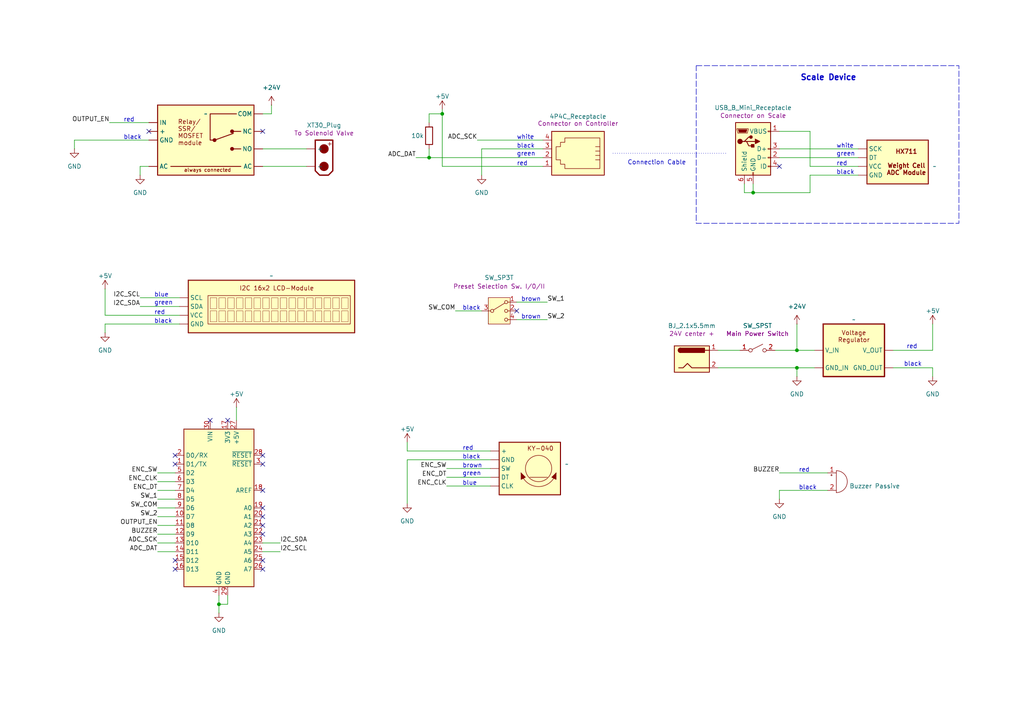
<source format=kicad_sch>
(kicad_sch (version 20231120) (generator "eeschema") (generator_version "8.0")
  (paper "A4")
  (title_block (title "Weight-O-Matic") (date "2024-09-28") (rev "1") (company "mva-one"))
  (lib_symbols
    (symbol "Connector:4P4C" (pin_names (offset 1.016))
      (property "Reference" "J" (at -5.08 8.89 0))
      (property "Value" "4P4C" (at 2.54 8.89 0))
      (symbol "4P4C_0_1"
        (polyline (pts (xy -6.35 -0.635) (xy -5.08 -0.635) (xy -5.08 -0.635)))
        (polyline (pts (xy -6.35 0.635) (xy -5.08 0.635) (xy -5.08 0.635)))
        (polyline (pts (xy -6.35 1.905) (xy -5.08 1.905) (xy -5.08 1.905)))
        (polyline (pts (xy -6.35 3.175) (xy -5.08 3.175) (xy -5.08 3.175)))
        (polyline (pts (xy -6.35 -3.175) (xy -6.35 5.715) (xy -1.27 5.715) (xy 3.81 5.715) (xy 3.81 4.445) (xy 5.08 4.445) (xy 5.08 3.175) (xy 6.35 3.175) (xy 6.35 -0.635) (xy 5.08 -0.635) (xy 5.08 -1.905) (xy 3.81 -1.905) (xy 3.81 -3.175) (xy -6.35 -3.175) (xy -6.35 -3.175)))
        (rectangle (start 7.62 7.62) (end -7.62 -5.08) (stroke (width 0.254)) (fill (type background)))
      )
      (symbol "4P4C_1_1"
        (pin passive line (at 10.16 -2.54 180) (length 2.54) (name "~") (number "1"))
        (pin passive line (at 10.16 0 180) (length 2.54) (name "~") (number "2"))
        (pin passive line (at 10.16 2.54 180) (length 2.54) (name "~") (number "3"))
        (pin passive line (at 10.16 5.08 180) (length 2.54) (name "~") (number "4"))
      )
    )
    (symbol "Connector:Barrel_Jack" (pin_names (offset 1.016))
      (property "Reference" "J" (at 0 5.334 0))
      (property "Value" "Barrel_Jack" (at 0 -5.08 0))
      (symbol "Barrel_Jack_0_1"
        (rectangle (start -5.08 3.81) (end 5.08 -3.81) (stroke (width 0.254)) (fill (type background)))
        (arc (start -3.302 3.175) (mid -3.9343 2.54) (end -3.302 1.905) (stroke (width 0.254)))
        (arc (start -3.302 3.175) (mid -3.9343 2.54) (end -3.302 1.905) (stroke (width 0.254)) (fill (type outline)))
        (polyline (pts (xy 5.08 2.54) (xy 3.81 2.54)) (stroke (width 0.254)))
        (polyline (pts (xy -3.81 -2.54) (xy -2.54 -2.54) (xy -1.27 -1.27) (xy 0 -2.54) (xy 2.54 -2.54) (xy 5.08 -2.54)) (stroke (width 0.254)))
        (rectangle (start 3.683 3.175) (end -3.302 1.905) (stroke (width 0.254)) (fill (type outline)))
      )
      (symbol "Barrel_Jack_1_1"
        (pin passive line (at 7.62 2.54 180) (length 2.54) (name "~") (number "1"))
        (pin passive line (at 7.62 -2.54 180) (length 2.54) (name "~") (number "2"))
      )
    )
    (symbol "Connector:USB_B_Mini" (pin_names (offset 1.016))
      (property "Reference" "J" (at -5.08 11.43 0))
      (property "Value" "USB_B_Mini" (at -5.08 8.89 0))
      (symbol "USB_B_Mini_0_1"
        (rectangle (start -5.08 -7.62) (end 5.08 7.62) (stroke (width 0.254)) (fill (type background)))
        (circle (center -3.81 2.159) (radius 0.635) (stroke (width 0.254)) (fill (type outline)))
        (circle (center -0.635 3.429) (radius 0.381) (stroke (width 0.254)) (fill (type outline)))
        (rectangle (start -0.127 -7.62) (end 0.127 -6.858))
        (polyline (pts (xy -1.905 2.159) (xy 0.635 2.159)) (stroke (width 0.254)))
        (polyline (pts (xy -3.175 2.159) (xy -2.54 2.159) (xy -1.27 3.429) (xy -0.635 3.429)) (stroke (width 0.254)))
        (polyline (pts (xy -2.54 2.159) (xy -1.905 2.159) (xy -1.27 0.889) (xy 0 0.889)) (stroke (width 0.254)))
        (polyline (pts (xy 0.635 2.794) (xy 0.635 1.524) (xy 1.905 2.159) (xy 0.635 2.794)) (stroke (width 0.254)) (fill (type outline)))
        (polyline (pts (xy -4.318 5.588) (xy -1.778 5.588) (xy -2.032 4.826) (xy -4.064 4.826) (xy -4.318 5.588)) (fill (type outline)))
        (polyline (pts (xy -4.699 5.842) (xy -4.699 5.588) (xy -4.445 4.826) (xy -4.445 4.572) (xy -1.651 4.572) (xy -1.651 4.826) (xy -1.397 5.588) (xy -1.397 5.842) (xy -4.699 5.842)))
        (rectangle (start 0.254 1.27) (end -0.508 0.508) (stroke (width 0.254)) (fill (type outline)))
        (rectangle (start 5.08 -5.207) (end 4.318 -4.953))
        (rectangle (start 5.08 -2.667) (end 4.318 -2.413))
        (rectangle (start 5.08 -0.127) (end 4.318 0.127))
        (rectangle (start 5.08 4.953) (end 4.318 5.207))
      )
      (symbol "USB_B_Mini_1_1"
        (pin power_out line (at 7.62 5.08 180) (length 2.54) (name "VBUS") (number "1"))
        (pin bidirectional line (at 7.62 -2.54 180) (length 2.54) (name "D-") (number "2"))
        (pin bidirectional line (at 7.62 0 180) (length 2.54) (name "D+") (number "3"))
        (pin passive line (at 7.62 -5.08 180) (length 2.54) (name "ID") (number "4"))
        (pin power_out line (at 0 -10.16 90) (length 2.54) (name "GND") (number "5"))
        (pin passive line (at -2.54 -10.16 90) (length 2.54) (name "Shield") (number "6"))
      )
    )
    (symbol "Device:Buzzer" (pin_names (offset 0.0254) hide)
      (property "Reference" "BZ" (at 3.81 1.27 0))
      (property "Value" "Buzzer" (at 3.81 -1.27 0))
      (symbol "Buzzer_0_1"
        (arc (start 0 -3.175) (mid 3.1612 0) (end 0 3.175))
        (polyline (pts (xy -1.651 1.905) (xy -1.143 1.905)))
        (polyline (pts (xy -1.397 2.159) (xy -1.397 1.651)))
        (polyline (pts (xy 0 3.175) (xy 0 -3.175)))
      )
      (symbol "Buzzer_1_1"
        (pin passive line (at -2.54 2.54 0) (length 2.54) (name "+") (number "1"))
        (pin passive line (at -2.54 -2.54 0) (length 2.54) (name "-") (number "2"))
      )
    )
    (symbol "Device:R" (pin_numbers hide) (pin_names (offset 0))
      (property "Reference" "R" (at 2.032 0 90))
      (property "Value" "R" (at 0 0 90))
      (symbol "R_0_1"
        (rectangle (start -1.016 -2.54) (end 1.016 2.54) (stroke (width 0.254)))
      )
      (symbol "R_1_1"
        (pin passive line (at 0 3.81 270) (length 1.27) (name "~") (number "1"))
        (pin passive line (at 0 -3.81 90) (length 1.27) (name "~") (number "2"))
      )
    )
    (symbol "MCU_Module:Arduino_Nano_v3.x"
      (property "Reference" "A" (at -10.16 23.495 0))
      (property "Value" "Arduino_Nano_v3.x" (at 5.08 -24.13 0))
      (symbol "Arduino_Nano_v3.x_0_1"
        (rectangle (start -10.16 22.86) (end 10.16 -22.86) (stroke (width 0.254)) (fill (type background)))
      )
      (symbol "Arduino_Nano_v3.x_1_1"
        (pin bidirectional line (at -12.7 12.7 0) (length 2.54) (name "D1/TX") (number "1"))
        (pin bidirectional line (at -12.7 -2.54 0) (length 2.54) (name "D7") (number "10"))
        (pin bidirectional line (at -12.7 -5.08 0) (length 2.54) (name "D8") (number "11"))
        (pin bidirectional line (at -12.7 -7.62 0) (length 2.54) (name "D9") (number "12"))
        (pin bidirectional line (at -12.7 -10.16 0) (length 2.54) (name "D10") (number "13"))
        (pin bidirectional line (at -12.7 -12.7 0) (length 2.54) (name "D11") (number "14"))
        (pin bidirectional line (at -12.7 -15.24 0) (length 2.54) (name "D12") (number "15"))
        (pin bidirectional line (at -12.7 -17.78 0) (length 2.54) (name "D13") (number "16"))
        (pin power_out line (at 2.54 25.4 270) (length 2.54) (name "3V3") (number "17"))
        (pin input line (at 12.7 5.08 180) (length 2.54) (name "AREF") (number "18"))
        (pin bidirectional line (at 12.7 0 180) (length 2.54) (name "A0") (number "19"))
        (pin bidirectional line (at -12.7 15.24 0) (length 2.54) (name "D0/RX") (number "2"))
        (pin bidirectional line (at 12.7 -2.54 180) (length 2.54) (name "A1") (number "20"))
        (pin bidirectional line (at 12.7 -5.08 180) (length 2.54) (name "A2") (number "21"))
        (pin bidirectional line (at 12.7 -7.62 180) (length 2.54) (name "A3") (number "22"))
        (pin bidirectional line (at 12.7 -10.16 180) (length 2.54) (name "A4") (number "23"))
        (pin bidirectional line (at 12.7 -12.7 180) (length 2.54) (name "A5") (number "24"))
        (pin bidirectional line (at 12.7 -15.24 180) (length 2.54) (name "A6") (number "25"))
        (pin bidirectional line (at 12.7 -17.78 180) (length 2.54) (name "A7") (number "26"))
        (pin power_out line (at 5.08 25.4 270) (length 2.54) (name "+5V") (number "27"))
        (pin input line (at 12.7 15.24 180) (length 2.54) (name "~{RESET}") (number "28"))
        (pin power_in line (at 2.54 -25.4 90) (length 2.54) (name "GND") (number "29"))
        (pin input line (at 12.7 12.7 180) (length 2.54) (name "~{RESET}") (number "3"))
        (pin power_in line (at -2.54 25.4 270) (length 2.54) (name "VIN") (number "30"))
        (pin power_in line (at 0 -25.4 90) (length 2.54) (name "GND") (number "4"))
        (pin bidirectional line (at -12.7 10.16 0) (length 2.54) (name "D2") (number "5"))
        (pin bidirectional line (at -12.7 7.62 0) (length 2.54) (name "D3") (number "6"))
        (pin bidirectional line (at -12.7 5.08 0) (length 2.54) (name "D4") (number "7"))
        (pin bidirectional line (at -12.7 2.54 0) (length 2.54) (name "D5") (number "8"))
        (pin bidirectional line (at -12.7 0 0) (length 2.54) (name "D6") (number "9"))
      )
    )
    (symbol "Switch:SW_SP3T" (pin_names (offset 0) hide)
      (property "Reference" "SW" (at 0 5.08 0))
      (property "Value" "SW_SP3T" (at 0 -5.08 0))
      (symbol "SW_SP3T_0_1"
        (circle (center -2.032 0) (radius 0.4572))
        (polyline (pts (xy -1.651 0.254) (xy 1.651 2.286)))
        (circle (center 2.032 -2.54) (radius 0.4572))
        (circle (center 2.032 0) (radius 0.4572))
        (circle (center 2.032 2.54) (radius 0.4572))
      )
      (symbol "SW_SP3T_1_1"
        (rectangle (start -3.175 3.81) (end 3.175 -3.81) (fill (type background)))
        (pin passive line (at 5.08 2.54 180) (length 2.54) (name "1") (number "1"))
        (pin passive line (at 5.08 0 180) (length 2.54) (name "2") (number "2"))
        (pin passive line (at -5.08 0 0) (length 2.54) (name "3") (number "3"))
        (pin passive line (at 5.08 -2.54 180) (length 2.54) (name "4") (number "4"))
      )
    )
    (symbol "Switch:SW_SPST" (pin_names (offset 0) hide)
      (property "Reference" "SW" (at 0 3.175 0))
      (property "Value" "SW_SPST" (at 0 -2.54 0))
      (symbol "SW_SPST_0_0"
        (circle (center -2.032 0) (radius 0.508))
        (polyline (pts (xy -1.524 0.254) (xy 1.524 1.778)))
        (circle (center 2.032 0) (radius 0.508))
      )
      (symbol "SW_SPST_1_1"
        (pin passive line (at -5.08 0 0) (length 2.54) (name "A") (number "1"))
        (pin passive line (at 5.08 0 180) (length 2.54) (name "B") (number "2"))
      )
    )
    (symbol "custom_symbol:MODULE_HX711"
      (property "Reference" "M" (at 0 -7.874 0))
      (symbol "MODULE_HX711_0_1"
        (rectangle (start -8.89 6.35) (end 8.89 -6.35) (stroke (width 0.3048)) (fill (type background)))
      )
      (symbol "MODULE_HX711_1_1"
        (text "HX711\n\nWeight Cell\nADC Module" (at 2.54 0 0) (effects (font (size 1.27 1.27) (thickness 0.254) (bold yes))))
        (pin output line (at -11.43 1.27 0) (length 2.54) (name "DT") (number ""))
        (pin power_in line (at -11.43 -3.81 0) (length 2.54) (name "GND") (number ""))
        (pin input line (at -11.43 3.81 0) (length 2.54) (name "SCK") (number ""))
        (pin power_in line (at -11.43 -1.27 0) (length 2.54) (name "VCC") (number ""))
      )
    )
    (symbol "custom_symbol:MODULE_LCD_I2C_16x2"
      (property "Reference" "M" (at 0 -9.398 0))
      (symbol "MODULE_LCD_I2C_16x2_0_1"
        (rectangle (start -24.13 7.62) (end 24.13 -7.62) (stroke (width 0.3048)) (fill (type background)))
        (rectangle (start -18.415 3.175) (end 22.86 -5.08))
        (rectangle (start -17.78 -1.27) (end -15.875 -4.445) (stroke (width 0.0508)))
        (rectangle (start -17.78 2.54) (end -15.875 -0.635) (stroke (width 0.0508)))
        (rectangle (start -15.24 -1.27) (end -13.335 -4.445) (stroke (width 0.0508)))
        (rectangle (start -15.24 2.54) (end -13.335 -0.635) (stroke (width 0.0508)))
        (rectangle (start -12.7 -1.27) (end -10.795 -4.445) (stroke (width 0.0508)))
        (rectangle (start -12.7 2.54) (end -10.795 -0.635) (stroke (width 0.0508)))
        (rectangle (start -10.16 -1.27) (end -8.255 -4.445) (stroke (width 0.0508)))
        (rectangle (start -10.16 2.54) (end -8.255 -0.635) (stroke (width 0.0508)))
        (rectangle (start -7.62 -1.27) (end -5.715 -4.445) (stroke (width 0.0508)))
        (rectangle (start -7.62 2.54) (end -5.715 -0.635) (stroke (width 0.0508)))
        (rectangle (start -5.08 -1.27) (end -3.175 -4.445) (stroke (width 0.0508)))
        (rectangle (start -5.08 2.54) (end -3.175 -0.635) (stroke (width 0.0508)))
        (rectangle (start -2.54 -1.27) (end -0.635 -4.445) (stroke (width 0.0508)))
        (rectangle (start -2.54 2.54) (end -0.635 -0.635) (stroke (width 0.0508)))
        (rectangle (start 0 -1.27) (end 1.905 -4.445) (stroke (width 0.0508)))
        (rectangle (start 0 2.54) (end 1.905 -0.635) (stroke (width 0.0508)))
        (rectangle (start 2.54 -1.27) (end 4.445 -4.445) (stroke (width 0.0508)))
        (rectangle (start 2.54 2.54) (end 4.445 -0.635) (stroke (width 0.0508)))
        (rectangle (start 5.08 -1.27) (end 6.985 -4.445) (stroke (width 0.0508)))
        (rectangle (start 5.08 2.54) (end 6.985 -0.635) (stroke (width 0.0508)))
        (rectangle (start 7.62 -1.27) (end 9.525 -4.445) (stroke (width 0.0508)))
        (rectangle (start 7.62 2.54) (end 9.525 -0.635) (stroke (width 0.0508)))
        (rectangle (start 10.16 -1.27) (end 12.065 -4.445) (stroke (width 0.0508)))
        (rectangle (start 10.16 2.54) (end 12.065 -0.635) (stroke (width 0.0508)))
        (rectangle (start 12.7 -1.27) (end 14.605 -4.445) (stroke (width 0.0508)))
        (rectangle (start 12.7 2.54) (end 14.605 -0.635) (stroke (width 0.0508)))
        (rectangle (start 15.24 -1.27) (end 17.145 -4.445) (stroke (width 0.0508)))
        (rectangle (start 15.24 2.54) (end 17.145 -0.635) (stroke (width 0.0508)))
        (rectangle (start 17.78 -1.27) (end 19.685 -4.445) (stroke (width 0.0508)))
        (rectangle (start 17.78 2.54) (end 19.685 -0.635) (stroke (width 0.0508)))
        (rectangle (start 20.32 -1.27) (end 22.225 -4.445) (stroke (width 0.0508)))
        (rectangle (start 20.32 2.54) (end 22.225 -0.635) (stroke (width 0.0508)))
      )
      (symbol "MODULE_LCD_I2C_16x2_1_1"
        (text "I2C 16x2 LCD-Module" (at 1.524 5.334 0) (effects (font (size 1.27 1.27))))
        (pin power_in line (at -26.67 -5.08 0) (length 2.54) (name "GND") (number ""))
        (pin input line (at -26.67 2.54 0) (length 2.54) (name "SCL") (number ""))
        (pin input line (at -26.67 0 0) (length 2.54) (name "SDA") (number ""))
        (pin power_in line (at -26.67 -2.54 0) (length 2.54) (name "VCC") (number ""))
      )
    )
    (symbol "custom_symbol:MODULE_Relay"
      (property "Reference" "M" (at 0 -11.684 0))
      (symbol "MODULE_Relay_0_1"
        (rectangle (start -13.97 10.16) (end 13.97 -10.16) (stroke (width 0.3048)) (fill (type background)))
        (polyline (pts (xy 2.54 0) (xy 7.9851 1.9488)) (stroke (width 0.254)))
        (polyline (pts (xy 7.62 -2.54) (xy 10.16 -2.54)) (stroke (width 0.254)))
        (polyline (pts (xy 10.16 -7.62) (xy -10.16 -7.62)) (stroke (width 0.254)))
        (polyline (pts (xy 10.16 2.54) (xy 7.62 2.54)) (stroke (width 0.254)))
        (polyline (pts (xy 2.54 0) (xy 1.27 0) (xy 1.27 7.62) (xy 8.89 7.62)) (stroke (width 0.254)))
        (circle (center 2.54 0) (radius 0.4789) (fill (type outline)))
        (circle (center 7.62 -2.54) (radius 0.4789) (fill (type outline)))
        (circle (center 7.62 2.54) (radius 0.4789) (fill (type outline)))
      )
      (symbol "MODULE_Relay_1_1"
        (text "always connected" (at 0.508 -8.636 0) (effects (font (size 1.016 1.016))))
        (text "Relay/\nSSR/\nMOSFET\nmodule" (at -8.128 2.286 0) (effects (font (size 1.27 1.27)) (justify left)))
        (pin power_in line (at -16.51 2.54 0) (length 2.54) (name "+") (number ""))
        (pin bidirectional line (at -16.51 -7.62 0) (length 2.54) (name "AC") (number ""))
        (pin bidirectional line (at 16.51 -7.62 180) (length 2.54) (name "AC") (number ""))
        (pin bidirectional line (at 16.51 7.62 180) (length 2.54) (name "COM") (number ""))
        (pin power_in line (at -16.51 0 0) (length 2.54) (name "GND") (number ""))
        (pin input line (at -16.51 5.08 0) (length 2.54) (name "IN") (number ""))
        (pin bidirectional line (at 16.51 2.54 180) (length 2.54) (name "NC") (number ""))
        (pin bidirectional line (at 16.51 -2.54 180) (length 2.54) (name "NO") (number ""))
      )
    )
    (symbol "custom_symbol:MODULE_RotaryEncoder"
      (property "Reference" "M" (at 0 -9.398 0))
      (symbol "MODULE_RotaryEncoder_0_1"
        (polyline (pts (xy 0 2.54) (xy 5.08 2.54)))
        (polyline (pts (xy -2.54 1.27) (xy -1.27 2.54) (xy -2.54 3.175) (xy -2.54 1.27)) (fill (type outline)))
        (polyline (pts (xy 7.62 1.27) (xy 6.35 2.54) (xy 7.62 3.175) (xy 7.62 1.27)) (fill (type outline)))
        (circle (center 2.54 0) (radius 3.81))
        (arc (start 7.62 1.27) (mid 2.54 5.2363) (end -2.54 1.27))
      )
      (symbol "MODULE_RotaryEncoder_1_1"
        (rectangle (start -8.89 7.62) (end 8.89 -7.62) (stroke (width 0.3048)) (fill (type background)))
        (text "KY-040" (at 3.048 -5.842 0) (effects (font (size 1.27 1.27))))
        (pin power_in line (at -11.43 -5.08 0) (length 2.54) (name "+") (number ""))
        (pin output line (at -11.43 5.08 0) (length 2.54) (name "CLK") (number ""))
        (pin output line (at -11.43 2.54 0) (length 2.54) (name "DT") (number ""))
        (pin power_in line (at -11.43 -2.54 0) (length 2.54) (name "GND") (number ""))
        (pin output line (at -11.43 0 0) (length 2.54) (name "SW") (number ""))
      )
    )
    (symbol "custom_symbol:MODULE_VoltageRegulator"
      (property "Reference" "M" (at 0 -9.144 0))
      (symbol "MODULE_VoltageRegulator_1_1"
        (rectangle (start -8.89 7.62) (end 8.89 -7.62) (stroke (width 0.381)) (fill (type background)))
        (text "Voltage\nRegulator" (at 0 4.064 0) (effects (font (size 1.27 1.27))))
        (pin power_in line (at -11.43 -5.08 0) (length 2.54) (name "GND_IN") (number ""))
        (pin power_out line (at 11.43 -5.08 180) (length 2.54) (name "GND_OUT") (number ""))
        (pin power_in line (at -11.43 0 0) (length 2.54) (name "V_IN") (number ""))
        (pin power_out line (at 11.43 0 180) (length 2.54) (name "V_OUT") (number ""))
      )
    )
    (symbol "custom_symbol:XT_Conn_Plug"
      (property "Reference" "J" (at 0 -6.604 0))
      (symbol "XT_Conn_Plug_0_1"
        (circle (center 0 -2.54) (radius 1.27) (fill (type outline)))
        (circle (center 0 2.54) (radius 1.27) (fill (type outline)))
      )
      (symbol "XT_Conn_Plug_1_1"
        (polyline (pts (xy -2.54 -5.08) (xy 2.54 -5.08) (xy 2.54 3.81) (xy 1.27 5.08) (xy -1.27 5.08) (xy -2.54 3.81) (xy -2.54 -5.08)) (stroke (width 0.381)))
        (text "+" (at 0.762 -4.064 0) (effects (font (size 1.27 1.27)) (justify left)))
        (pin passive line (at -5.08 -2.54 0) (length 2.54) (name "+") (number ""))
        (pin passive line (at -5.08 2.54 0) (length 2.54) (name "-") (number ""))
      )
    )
    (symbol "power:+24V" (power) (pin_numbers hide) (pin_names (offset 0) hide)
      (property "Value" "+24V" (at 0 3.556 0))
      (symbol "+24V_0_1"
        (polyline (pts (xy -0.762 1.27) (xy 0 2.54)))
        (polyline (pts (xy 0 0) (xy 0 2.54)))
        (polyline (pts (xy 0 2.54) (xy 0.762 1.27)))
      )
      (symbol "+24V_1_1"
        (pin power_in line (at 0 0 90) (length 0) (name "~") (number "1"))
      )
    )
    (symbol "power:+5V" (power) (pin_numbers hide) (pin_names (offset 0) hide)
      (property "Value" "+5V" (at 0 3.556 0))
      (symbol "+5V_0_1"
        (polyline (pts (xy -0.762 1.27) (xy 0 2.54)))
        (polyline (pts (xy 0 0) (xy 0 2.54)))
        (polyline (pts (xy 0 2.54) (xy 0.762 1.27)))
      )
      (symbol "+5V_1_1"
        (pin power_in line (at 0 0 90) (length 0) (name "~") (number "1"))
      )
    )
    (symbol "power:GND" (power) (pin_numbers hide) (pin_names (offset 0) hide)
      (property "Value" "GND" (at 0 -3.81 0))
      (symbol "GND_0_1"
        (polyline (pts (xy 0 0) (xy 0 -1.27) (xy 1.27 -1.27) (xy 0 -2.54) (xy -1.27 -1.27) (xy 0 -1.27)))
      )
      (symbol "GND_1_1"
        (pin power_in line (at 0 0 270) (length 0) (name "~") (number "1"))
      )
    )
  )
  (junction (at 128.27 33.02))
  (junction (at 231.14 101.6))
  (junction (at 218.44 55.88))
  (junction (at 231.14 106.68))
  (junction (at 63.5 175.26))
  (junction (at 124.46 45.72))
  (no_connect (at 50.8 132.08))
  (no_connect (at 66.04 121.92))
  (no_connect (at 76.2 147.32))
  (no_connect (at 76.2 165.1))
  (no_connect (at 76.2 142.24))
  (no_connect (at 50.8 162.56))
  (no_connect (at 76.2 132.08))
  (no_connect (at 50.8 134.62))
  (no_connect (at 50.8 165.1))
  (no_connect (at 76.2 162.56))
  (no_connect (at 149.86 90.17))
  (no_connect (at 76.2 134.62))
  (no_connect (at 76.2 154.94))
  (no_connect (at 76.2 38.1))
  (no_connect (at 43.18 38.1))
  (no_connect (at 226.06 48.26))
  (no_connect (at 76.2 149.86))
  (no_connect (at 76.2 152.4))
  (no_connect (at 60.96 121.92))
  (wire (pts (xy 45.72 160.02) (xy 50.8 160.02)))
  (wire (pts (xy 128.27 31.75) (xy 128.27 33.02)))
  (wire (pts (xy 45.72 142.24) (xy 50.8 142.24)))
  (wire (pts (xy 45.72 152.4) (xy 50.8 152.4)))
  (wire (pts (xy 30.48 91.44) (xy 52.07 91.44)))
  (wire (pts (xy 63.5 175.26) (xy 63.5 172.72)))
  (wire (pts (xy 270.51 106.68) (xy 270.51 109.22)))
  (wire (pts (xy 231.14 101.6) (xy 236.22 101.6)))
  (wire (pts (xy 226.06 43.18) (xy 248.92 43.18)))
  (wire (pts (xy 248.92 50.8) (xy 234.95 50.8)))
  (wire (pts (xy 234.95 50.8) (xy 234.95 55.88)))
  (wire (pts (xy 43.18 40.64) (xy 21.59 40.64)))
  (wire (pts (xy 45.72 157.48) (xy 50.8 157.48)))
  (wire (pts (xy 226.06 142.24) (xy 226.06 144.78)))
  (wire (pts (xy 40.64 48.26) (xy 43.18 48.26)))
  (wire (pts (xy 66.04 175.26) (xy 63.5 175.26)))
  (wire (pts (xy 63.5 177.8) (xy 63.5 175.26)))
  (wire (pts (xy 30.48 96.52) (xy 30.48 93.98)))
  (wire (pts (xy 66.04 172.72) (xy 66.04 175.26)))
  (wire (pts (xy 132.08 90.17) (xy 139.7 90.17)))
  (wire (pts (xy 124.46 45.72) (xy 157.48 45.72)))
  (wire (pts (xy 21.59 40.64) (xy 21.59 43.18)))
  (wire (pts (xy 40.64 88.9) (xy 52.07 88.9)))
  (polyline (pts (xy 177.8 44.45) (xy 210.82 44.45)) (stroke (width 0) (type dot)))
  (wire (pts (xy 208.28 106.68) (xy 231.14 106.68)))
  (wire (pts (xy 40.64 50.8) (xy 40.64 48.26)))
  (wire (pts (xy 40.64 86.36) (xy 52.07 86.36)))
  (wire (pts (xy 45.72 139.7) (xy 50.8 139.7)))
  (wire (pts (xy 45.72 137.16) (xy 50.8 137.16)))
  (wire (pts (xy 31.75 35.56) (xy 43.18 35.56)))
  (wire (pts (xy 129.54 140.97) (xy 142.24 140.97)))
  (wire (pts (xy 118.11 128.27) (xy 118.11 130.81)))
  (wire (pts (xy 270.51 101.6) (xy 270.51 93.98)))
  (wire (pts (xy 157.48 48.26) (xy 128.27 48.26)))
  (wire (pts (xy 248.92 48.26) (xy 234.95 48.26)))
  (wire (pts (xy 234.95 55.88) (xy 218.44 55.88)))
  (wire (pts (xy 76.2 43.18) (xy 88.9 43.18)))
  (wire (pts (xy 149.86 87.63) (xy 158.75 87.63)))
  (wire (pts (xy 226.06 137.16) (xy 240.03 137.16)))
  (wire (pts (xy 231.14 93.98) (xy 231.14 101.6)))
  (wire (pts (xy 45.72 154.94) (xy 50.8 154.94)))
  (wire (pts (xy 218.44 55.88) (xy 218.44 53.34)))
  (wire (pts (xy 45.72 149.86) (xy 50.8 149.86)))
  (wire (pts (xy 208.28 101.6) (xy 214.63 101.6)))
  (wire (pts (xy 231.14 106.68) (xy 236.22 106.68)))
  (wire (pts (xy 139.7 43.18) (xy 139.7 50.8)))
  (wire (pts (xy 76.2 33.02) (xy 78.74 33.02)))
  (wire (pts (xy 118.11 146.05) (xy 118.11 133.35)))
  (wire (pts (xy 45.72 144.78) (xy 50.8 144.78)))
  (wire (pts (xy 129.54 135.89) (xy 142.24 135.89)))
  (wire (pts (xy 120.65 45.72) (xy 124.46 45.72)))
  (wire (pts (xy 30.48 83.82) (xy 30.48 91.44)))
  (wire (pts (xy 118.11 133.35) (xy 142.24 133.35)))
  (wire (pts (xy 138.43 40.64) (xy 157.48 40.64)))
  (wire (pts (xy 68.58 118.11) (xy 68.58 121.92)))
  (wire (pts (xy 45.72 147.32) (xy 50.8 147.32)))
  (wire (pts (xy 124.46 35.56) (xy 124.46 33.02)))
  (wire (pts (xy 76.2 48.26) (xy 88.9 48.26)))
  (wire (pts (xy 81.28 160.02) (xy 76.2 160.02)))
  (wire (pts (xy 224.79 101.6) (xy 231.14 101.6)))
  (wire (pts (xy 149.86 92.71) (xy 158.75 92.71)))
  (wire (pts (xy 157.48 43.18) (xy 139.7 43.18)))
  (wire (pts (xy 118.11 130.81) (xy 142.24 130.81)))
  (wire (pts (xy 78.74 33.02) (xy 78.74 30.48)))
  (wire (pts (xy 215.9 55.88) (xy 215.9 53.34)))
  (wire (pts (xy 128.27 33.02) (xy 128.27 48.26)))
  (wire (pts (xy 124.46 33.02) (xy 128.27 33.02)))
  (wire (pts (xy 234.95 38.1) (xy 226.06 38.1)))
  (wire (pts (xy 226.06 45.72) (xy 248.92 45.72)))
  (wire (pts (xy 240.03 142.24) (xy 226.06 142.24)))
  (wire (pts (xy 259.08 106.68) (xy 270.51 106.68)))
  (wire (pts (xy 234.95 48.26) (xy 234.95 38.1)))
  (wire (pts (xy 124.46 43.18) (xy 124.46 45.72)))
  (wire (pts (xy 81.28 157.48) (xy 76.2 157.48)))
  (wire (pts (xy 215.9 55.88) (xy 218.44 55.88)))
  (wire (pts (xy 30.48 93.98) (xy 52.07 93.98)))
  (wire (pts (xy 259.08 101.6) (xy 270.51 101.6)))
  (wire (pts (xy 231.14 106.68) (xy 231.14 109.22)))
  (wire (pts (xy 129.54 138.43) (xy 142.24 138.43)))
  (rectangle (start 201.93 19.05) (end 278.13 64.77) (stroke (width 0) (type dash)))
  (text "blue" (at 134.112 140.208 0) (effects (font (size 1.27 1.27) (thickness 0.1588)) (justify left)))
  (text "black" (at 262.128 105.664 0) (effects (font (size 1.27 1.27) (thickness 0.1588)) (justify left)))
  (text "white" (at 242.57 42.418 0) (effects (font (size 1.27 1.27) (thickness 0.1588)) (justify left)))
  (text "green" (at 134.112 137.414 0) (effects (font (size 1.27 1.27) (thickness 0.1588)) (justify left)))
  (text "Connection Cable" (at 190.5 47.244 0) (effects (font (size 1.27 1.27))))
  (text "red" (at 35.814 34.798 0) (effects (font (size 1.27 1.27) (thickness 0.1588)) (justify left)))
  (text "brown" (at 151.13 91.948 0) (effects (font (size 1.27 1.27) (thickness 0.1588)) (justify left)))
  (text "green" (at 44.704 87.884 0) (effects (font (size 1.27 1.27) (thickness 0.1588)) (justify left)))
  (text "blue" (at 44.704 85.598 0) (effects (font (size 1.27 1.27) (thickness 0.1588)) (justify left)))
  (text "red" (at 231.648 136.398 0) (effects (font (size 1.27 1.27) (thickness 0.1588)) (justify left)))
  (text "black" (at 134.112 89.408 0) (effects (font (size 1.27 1.27) (thickness 0.1588)) (justify left)))
  (text "black" (at 149.86 42.418 0) (effects (font (size 1.27 1.27) (thickness 0.1588)) (justify left)))
  (text "brown" (at 151.13 86.868 0) (effects (font (size 1.27 1.27) (thickness 0.1588)) (justify left)))
  (text "brown" (at 134.112 135.128 0) (effects (font (size 1.27 1.27) (thickness 0.1588)) (justify left)))
  (text "black" (at 35.814 39.878 0) (effects (font (size 1.27 1.27) (thickness 0.1588)) (justify left)))
  (text "Scale Device" (at 240.284 22.606 0) (effects (font (size 1.651 1.651) (thickness 0.3302) (bold yes))))
  (text "red" (at 44.704 90.678 0) (effects (font (size 1.27 1.27) (thickness 0.1588)) (justify left)))
  (text "white" (at 149.86 39.878 0) (effects (font (size 1.27 1.27) (thickness 0.1588)) (justify left)))
  (text "green" (at 242.57 44.704 0) (effects (font (size 1.27 1.27) (thickness 0.1588)) (justify left)))
  (text "red" (at 242.57 47.498 0) (effects (font (size 1.27 1.27) (thickness 0.1588)) (justify left)))
  (text "black" (at 134.112 132.588 0) (effects (font (size 1.27 1.27) (thickness 0.1588)) (justify left)))
  (text "black" (at 231.648 141.478 0) (effects (font (size 1.27 1.27) (thickness 0.1588)) (justify left)))
  (text "black" (at 242.57 50.038 0) (effects (font (size 1.27 1.27) (thickness 0.1588)) (justify left)))
  (text "red" (at 134.112 130.048 0) (effects (font (size 1.27 1.27) (thickness 0.1588)) (justify left)))
  (text "black" (at 44.704 93.218 0) (effects (font (size 1.27 1.27) (thickness 0.1588)) (justify left)))
  (text "red" (at 149.86 47.498 0) (effects (font (size 1.27 1.27) (thickness 0.1588)) (justify left)))
  (text "green" (at 149.86 44.704 0) (effects (font (size 1.27 1.27) (thickness 0.1588)) (justify left)))
  (text "red" (at 262.89 100.584 0) (effects (font (size 1.27 1.27) (thickness 0.1588)) (justify left)))
  (label "ADC_DAT" (at 120.65 45.72 180) (effects (font (thickness 0.1588))))
  (label "I2C_SCL" (at 81.28 160.02 0))
  (label "SW_2" (at 158.75 92.71 0) (effects (font (thickness 0.1588))))
  (label "SW_COM" (at 45.72 147.32 180) (effects (font (thickness 0.1588))))
  (label "ADC_SCK" (at 45.72 157.48 180) (effects (font (thickness 0.1588))))
  (label "I2C_SDA" (at 81.28 157.48 0))
  (label "SW_1" (at 45.72 144.78 180) (effects (font (thickness 0.1588))))
  (label "SW_1" (at 158.75 87.63 0) (effects (font (thickness 0.1588))))
  (label "OUTPUT_EN" (at 31.75 35.56 180))
  (label "SW_2" (at 45.72 149.86 180) (effects (font (thickness 0.1588))))
  (label "ADC_DAT" (at 45.72 160.02 180) (effects (font (thickness 0.1588))))
  (label "ENC_DT" (at 129.54 138.43 180))
  (label "ENC_CLK" (at 129.54 140.97 180))
  (label "ENC_DT" (at 45.72 142.24 180))
  (label "ADC_SCK" (at 138.43 40.64 180) (effects (font (thickness 0.1588))))
  (label "ENC_SW" (at 45.72 137.16 180))
  (label "BUZZER" (at 226.06 137.16 180))
  (label "I2C_SCL" (at 40.64 86.36 180))
  (label "I2C_SDA" (at 40.64 88.9 180))
  (label "ENC_CLK" (at 45.72 139.7 180))
  (label "OUTPUT_EN" (at 45.72 152.4 180))
  (label "ENC_SW" (at 129.54 135.89 180))
  (label "BUZZER" (at 45.72 154.94 180))
  (label "SW_COM" (at 132.08 90.17 180) (effects (font (thickness 0.1588))))
  (symbol (lib_id "Connector:USB_B_Mini") (at 218.44 43.18 0) (unit 1)
    (property "Reference" "J5" (effects (hide yes)))
    (property "Value" "USB_B_Mini_Receptacle" (at 218.44 31.242 0))
    (property "Description" "Connector on Scale" (at 218.44 33.528 0))
  )
  (symbol (lib_id "power:+5V") (at 118.11 128.27 0) (unit 1)
    (property "Reference" "#PWR014" (effects (hide yes)))
    (property "Value" "+5V" (at 118.11 124.46 0))
    (property "Description" "Power symbol creates a global label with name \"+5V\"" (effects (hide yes)))
  )
  (symbol (lib_id "power:+24V") (at 78.74 30.48 0) (unit 1)
    (property "Reference" "#PWR02" (effects (hide yes)))
    (property "Value" "+24V" (at 78.74 25.4 0))
    (property "Description" "Power symbol creates a global label with name \"+24V\"" (effects (hide yes)))
  )
  (symbol (lib_id "custom_symbol:XT_Conn_Plug") (at 93.98 45.72 0) (mirror x) (unit 1)
    (property "Reference" "J1" (effects (hide yes)))
    (property "Value" "XT30_Plug" (at 93.98 36.322 0))
    (property "Description" "To Solenoid Valve" (at 93.98 38.608 0))
  )
  (symbol (lib_id "custom_symbol:MODULE_VoltageRegulator") (at 247.65 101.6 0) (unit 1)
    (property "Reference" "M1" (effects (hide yes)))
    (property "Value" "~" (at 247.65 92.71 0))
  )
  (symbol (lib_id "power:GND") (at 139.7 50.8 0) (unit 1)
    (property "Reference" "#PWR09" (effects (hide yes)))
    (property "Value" "GND" (at 139.7 55.88 0))
    (property "Description" "Power symbol creates a global label with name \"GND\" , ground" (effects (hide yes)))
  )
  (symbol (lib_id "power:+5V") (at 128.27 31.75 0) (unit 1)
    (property "Reference" "#PWR010" (effects (hide yes)))
    (property "Value" "+5V" (at 128.27 27.94 0))
    (property "Description" "Power symbol creates a global label with name \"+5V\"" (effects (hide yes)))
  )
  (symbol (lib_id "power:GND") (at 63.5 177.8 0) (unit 1)
    (property "Reference" "#PWR08" (effects (hide yes)))
    (property "Value" "GND" (at 63.5 182.88 0))
    (property "Description" "Power symbol creates a global label with name \"GND\" , ground" (effects (hide yes)))
  )
  (symbol (lib_id "Switch:SW_SPST") (at 219.71 101.6 0) (unit 1)
    (property "Reference" "SW2" (effects (hide yes)))
    (property "Value" "SW_SPST" (at 219.71 94.488 0))
    (property "Description" "Main Power Switch" (at 219.71 96.774 0))
  )
  (symbol (lib_id "power:+5V") (at 30.48 83.82 0) (unit 1)
    (property "Reference" "#PWR012" (effects (hide yes)))
    (property "Value" "+5V" (at 30.48 80.01 0))
    (property "Description" "Power symbol creates a global label with name \"+5V\"" (effects (hide yes)))
  )
  (symbol (lib_id "custom_symbol:MODULE_HX711") (at 260.35 46.99 0) (unit 1)
    (property "Reference" "M5" (effects (hide yes)))
    (property "Value" "~" (at 270.51 48.26 0) (effects (justify left)))
  )
  (symbol (lib_id "power:GND") (at 226.06 144.78 0) (unit 1)
    (property "Reference" "#PWR016" (effects (hide yes)))
    (property "Value" "GND" (at 226.06 149.86 0))
    (property "Description" "Power symbol creates a global label with name \"GND\" , ground" (effects (hide yes)))
  )
  (symbol (lib_id "Device:R") (at 124.46 39.37 0) (mirror y) (unit 1)
    (property "Reference" "R1" (effects (hide yes)))
    (property "Value" "10k" (at 122.936 39.37 0) (effects (justify left)))
    (property "Description" "Resistor" (effects (hide yes)))
  )
  (symbol (lib_id "power:GND") (at 21.59 43.18 0) (unit 1)
    (property "Reference" "#PWR011" (effects (hide yes)))
    (property "Value" "GND" (at 21.59 48.26 0))
    (property "Description" "Power symbol creates a global label with name \"GND\" , ground" (effects (hide yes)))
  )
  (symbol (lib_id "power:GND") (at 118.11 146.05 0) (unit 1)
    (property "Reference" "#PWR015" (effects (hide yes)))
    (property "Value" "GND" (at 118.11 151.13 0))
    (property "Description" "Power symbol creates a global label with name \"GND\" , ground" (effects (hide yes)))
  )
  (symbol (lib_id "power:+5V") (at 68.58 118.11 0) (unit 1)
    (property "Reference" "#PWR03" (effects (hide yes)))
    (property "Value" "+5V" (at 68.58 114.3 0))
    (property "Description" "Power symbol creates a global label with name \"+5V\"" (effects (hide yes)))
  )
  (symbol (lib_id "power:GND") (at 30.48 96.52 0) (unit 1)
    (property "Reference" "#PWR013" (effects (hide yes)))
    (property "Value" "GND" (at 30.48 101.6 0))
    (property "Description" "Power symbol creates a global label with name \"GND\" , ground" (effects (hide yes)))
  )
  (symbol (lib_id "Device:Buzzer") (at 242.57 139.7 0) (unit 1)
    (property "Reference" "BZ1" (effects (hide yes)))
    (property "Value" "Buzzer Passive" (at 246.38 140.9699 0) (effects (justify left)))
    (property "Description" "Buzzer, polarized" (effects (hide yes)))
  )
  (symbol (lib_id "power:GND") (at 270.51 109.22 0) (unit 1)
    (property "Reference" "#PWR06" (effects (hide yes)))
    (property "Value" "GND" (at 270.51 114.3 0))
    (property "Description" "Power symbol creates a global label with name \"GND\" , ground" (effects (hide yes)))
  )
  (symbol (lib_id "power:GND") (at 40.64 50.8 0) (unit 1)
    (property "Reference" "#PWR01" (effects (hide yes)))
    (property "Value" "GND" (at 40.64 55.88 0))
    (property "Description" "Power symbol creates a global label with name \"GND\" , ground" (effects (hide yes)))
  )
  (symbol (lib_id "Switch:SW_SP3T") (at 144.78 90.17 0) (unit 1)
    (property "Reference" "SW3" (effects (hide yes)))
    (property "Value" "SW_SP3T" (at 144.78 80.518 0))
    (property "Description" "Preset Selection Sw. I/0/II" (at 144.78 83.058 0))
  )
  (symbol (lib_id "power:+5V") (at 270.51 93.98 0) (unit 1)
    (property "Reference" "#PWR04" (effects (hide yes)))
    (property "Value" "+5V" (at 270.51 90.17 0))
    (property "Description" "Power symbol creates a global label with name \"+5V\"" (effects (hide yes)))
  )
  (symbol (lib_id "custom_symbol:MODULE_LCD_I2C_16x2") (at 78.74 88.9 0) (unit 1)
    (property "Reference" "M2" (effects (hide yes)))
    (property "Value" "~" (at 78.74 80.01 0))
  )
  (symbol (lib_id "custom_symbol:MODULE_Relay") (at 59.69 40.64 0) (unit 1)
    (property "Reference" "M4" (effects (hide yes)))
    (property "Value" "~" (at 59.69 33.02 0))
  )
  (symbol (lib_id "Connector:4P4C") (at 167.64 45.72 0) (mirror y) (unit 1)
    (property "Reference" "J6" (effects (hide yes)))
    (property "Value" "4P4C_Receptacle" (at 167.64 33.782 0))
    (property "Description" "Connector on Controller" (at 167.64 35.814 0))
  )
  (symbol (lib_id "Connector:Barrel_Jack") (at 200.66 104.14 0) (unit 1)
    (property "Reference" "J2" (effects (hide yes)))
    (property "Value" "BJ_2.1x5.5mm" (at 200.66 94.488 0))
    (property "Description" "24V center +" (at 200.66 96.774 0))
  )
  (symbol (lib_id "MCU_Module:Arduino_Nano_v3.x") (at 63.5 147.32 0) (unit 1)
    (property "Reference" "A1" (effects (hide yes)))
    (property "Value" "Arduino_Nano_Every" (effects (hide yes)))
    (property "Footprint" "Module:Arduino_Nano" (effects (hide yes)))
    (property "Datasheet" "http://www.mouser.com/pdfdocs/Gravitech_Arduino_Nano3_0.pdf" (effects (hide yes)))
    (property "Description" "Arduino Nano v3.x" (effects (hide yes)))
  )
  (symbol (lib_id "power:GND") (at 231.14 109.22 0) (unit 1)
    (property "Reference" "#PWR07" (effects (hide yes)))
    (property "Value" "GND" (at 231.14 114.3 0))
    (property "Description" "Power symbol creates a global label with name \"GND\" , ground" (effects (hide yes)))
  )
  (symbol (lib_id "power:+24V") (at 231.14 93.98 0) (unit 1)
    (property "Reference" "#PWR05" (effects (hide yes)))
    (property "Value" "+24V" (at 231.14 88.9 0))
    (property "Description" "Power symbol creates a global label with name \"+24V\"" (effects (hide yes)))
  )
  (symbol (lib_id "custom_symbol:MODULE_RotaryEncoder") (at 153.67 135.89 0) (mirror x) (unit 1)
    (property "Reference" "M3" (effects (hide yes)))
    (property "Value" "~" (at 163.83 134.62 0) (effects (justify left)))
  )
)
</source>
